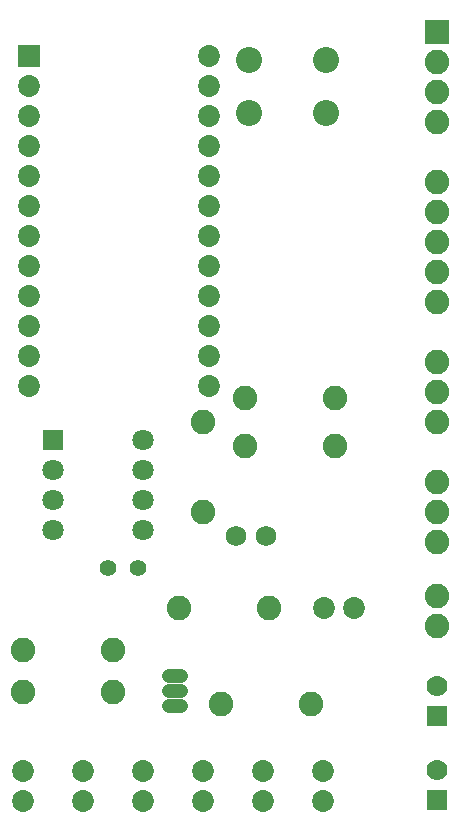
<source format=gts>
G04 ---------------------------- Layer name :TOP SOLDER LAYER*
G04 EasyEDA v5.8.19, Sun, 04 Nov 2018 19:37:38 GMT*
G04 39a5a3eee63b4c27b5b8cc1c142ef1ff*
G04 Gerber Generator version 0.2*
G04 Scale: 100 percent, Rotated: No, Reflected: No *
G04 Dimensions in inches *
G04 leading zeros omitted , absolute positions ,2 integer and 4 decimal *
%FSLAX24Y24*%
%MOIN*%
G90*
G70D02*

%ADD28C,0.047370*%
%ADD29C,0.082000*%
%ADD30C,0.073000*%
%ADD31C,0.086740*%
%ADD32C,0.055000*%
%ADD33R,0.071000X0.071000*%
%ADD34C,0.071000*%
%ADD35R,0.070000X0.070000*%
%ADD36C,0.070000*%
%ADD37R,0.082000X0.082000*%
%ADD38R,0.073000X0.073000*%
%ADD39C,0.068000*%

%LPD*%
G54D28*
G01X5916Y3834D02*
G01X6309Y3834D01*
G01X5916Y4334D02*
G01X6309Y4334D01*
G01X5916Y4834D02*
G01X6309Y4834D01*
G54D29*
G01X7063Y10284D03*
G01X7063Y13284D03*
G01X8463Y14084D03*
G01X11463Y14084D03*
G01X11463Y12484D03*
G01X8463Y12484D03*
G54D30*
G01X7063Y1646D03*
G01X7063Y646D03*
G01X9063Y1646D03*
G01X9063Y646D03*
G01X11063Y1646D03*
G01X11063Y646D03*
G01X3063Y1646D03*
G01X3063Y646D03*
G01X5063Y1646D03*
G01X5063Y646D03*
G54D29*
G01X9263Y7084D03*
G01X6263Y7084D03*
G01X7663Y3884D03*
G01X10663Y3884D03*
G01X1063Y4284D03*
G01X4063Y4284D03*
G01X4063Y5684D03*
G01X1063Y5684D03*
G54D31*
G01X8583Y23599D03*
G01X11142Y23599D03*
G01X11142Y25370D03*
G01X8583Y25370D03*
G54D32*
G01X4873Y8415D03*
G01X3873Y8415D03*
G54D30*
G01X11101Y7084D03*
G01X12101Y7084D03*
G54D29*
G01X14863Y21284D03*
G01X14863Y20284D03*
G01X14863Y19284D03*
G01X14863Y18284D03*
G01X14863Y17284D03*
G54D30*
G01X1063Y1646D03*
G01X1063Y646D03*
G54D29*
G01X14863Y13284D03*
G01X14863Y14284D03*
G01X14863Y15284D03*
G54D33*
G01X2063Y12684D03*
G54D34*
G01X2063Y11684D03*
G01X2063Y10684D03*
G01X2063Y9684D03*
G01X5063Y9684D03*
G01X5063Y10684D03*
G01X5063Y11684D03*
G01X5063Y12684D03*
G54D35*
G01X14863Y3484D03*
G54D36*
G01X14863Y4484D03*
G54D29*
G01X14863Y9284D03*
G01X14863Y10284D03*
G01X14863Y11284D03*
G01X14863Y6484D03*
G01X14863Y7484D03*
G54D37*
G01X14863Y26284D03*
G54D29*
G01X14863Y25284D03*
G01X14863Y24284D03*
G01X14863Y23284D03*
G54D35*
G01X14863Y684D03*
G54D36*
G01X14863Y1684D03*
G54D30*
G01X1263Y14484D03*
G01X1263Y15484D03*
G01X1263Y16484D03*
G01X1263Y17484D03*
G01X1263Y18484D03*
G01X1263Y19484D03*
G01X1263Y20484D03*
G01X1263Y21484D03*
G01X1263Y22484D03*
G01X1263Y23484D03*
G01X1263Y24484D03*
G54D38*
G01X1263Y25484D03*
G54D30*
G01X7263Y25484D03*
G01X7263Y24484D03*
G01X7263Y23484D03*
G01X7263Y22484D03*
G01X7263Y21484D03*
G01X7263Y20484D03*
G01X7263Y19484D03*
G01X7263Y18484D03*
G01X7263Y17484D03*
G01X7263Y16484D03*
G01X7263Y15484D03*
G01X7263Y14484D03*
G54D39*
G01X8163Y9484D03*
G01X9163Y9484D03*
M00*
M02*

</source>
